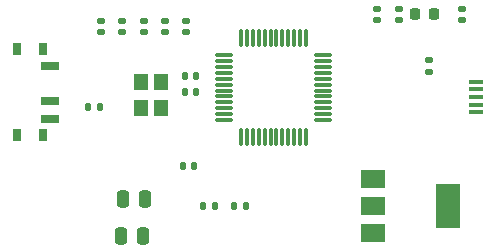
<source format=gbr>
%TF.GenerationSoftware,KiCad,Pcbnew,(6.0.7)*%
%TF.CreationDate,2022-10-16T00:38:09+07:00*%
%TF.ProjectId,bai1,62616931-2e6b-4696-9361-645f70636258,rev?*%
%TF.SameCoordinates,Original*%
%TF.FileFunction,Paste,Top*%
%TF.FilePolarity,Positive*%
%FSLAX46Y46*%
G04 Gerber Fmt 4.6, Leading zero omitted, Abs format (unit mm)*
G04 Created by KiCad (PCBNEW (6.0.7)) date 2022-10-16 00:38:09*
%MOMM*%
%LPD*%
G01*
G04 APERTURE LIST*
G04 Aperture macros list*
%AMRoundRect*
0 Rectangle with rounded corners*
0 $1 Rounding radius*
0 $2 $3 $4 $5 $6 $7 $8 $9 X,Y pos of 4 corners*
0 Add a 4 corners polygon primitive as box body*
4,1,4,$2,$3,$4,$5,$6,$7,$8,$9,$2,$3,0*
0 Add four circle primitives for the rounded corners*
1,1,$1+$1,$2,$3*
1,1,$1+$1,$4,$5*
1,1,$1+$1,$6,$7*
1,1,$1+$1,$8,$9*
0 Add four rect primitives between the rounded corners*
20,1,$1+$1,$2,$3,$4,$5,0*
20,1,$1+$1,$4,$5,$6,$7,0*
20,1,$1+$1,$6,$7,$8,$9,0*
20,1,$1+$1,$8,$9,$2,$3,0*%
G04 Aperture macros list end*
%ADD10R,1.200000X1.400000*%
%ADD11R,1.500000X0.700000*%
%ADD12R,0.800000X1.000000*%
%ADD13R,1.300000X0.450000*%
%ADD14RoundRect,0.075000X-0.662500X-0.075000X0.662500X-0.075000X0.662500X0.075000X-0.662500X0.075000X0*%
%ADD15RoundRect,0.075000X-0.075000X-0.662500X0.075000X-0.662500X0.075000X0.662500X-0.075000X0.662500X0*%
%ADD16RoundRect,0.140000X0.170000X-0.140000X0.170000X0.140000X-0.170000X0.140000X-0.170000X-0.140000X0*%
%ADD17RoundRect,0.250000X0.250000X0.475000X-0.250000X0.475000X-0.250000X-0.475000X0.250000X-0.475000X0*%
%ADD18RoundRect,0.135000X-0.135000X-0.185000X0.135000X-0.185000X0.135000X0.185000X-0.135000X0.185000X0*%
%ADD19RoundRect,0.140000X0.140000X0.170000X-0.140000X0.170000X-0.140000X-0.170000X0.140000X-0.170000X0*%
%ADD20RoundRect,0.135000X-0.185000X0.135000X-0.185000X-0.135000X0.185000X-0.135000X0.185000X0.135000X0*%
%ADD21RoundRect,0.250000X-0.250000X-0.475000X0.250000X-0.475000X0.250000X0.475000X-0.250000X0.475000X0*%
%ADD22R,2.000000X1.500000*%
%ADD23R,2.000000X3.800000*%
%ADD24RoundRect,0.218750X0.218750X0.256250X-0.218750X0.256250X-0.218750X-0.256250X0.218750X-0.256250X0*%
G04 APERTURE END LIST*
D10*
%TO.C,Y1*%
X72150000Y-75500000D03*
X72150000Y-77700000D03*
X73850000Y-77700000D03*
X73850000Y-75500000D03*
%TD*%
D11*
%TO.C,SW1*%
X64505000Y-78650000D03*
X64505000Y-77150000D03*
X64505000Y-74150000D03*
D12*
X63855000Y-72750000D03*
X61645000Y-80050000D03*
X61645000Y-72750000D03*
X63855000Y-80050000D03*
%TD*%
D13*
%TO.C,J2*%
X100545000Y-78100000D03*
X100545000Y-77450000D03*
X100545000Y-76800000D03*
X100545000Y-76150000D03*
X100545000Y-75500000D03*
%TD*%
D14*
%TO.C,U2*%
X79237500Y-73250000D03*
X79237500Y-73750000D03*
X79237500Y-74250000D03*
X79237500Y-74750000D03*
X79237500Y-75250000D03*
X79237500Y-75750000D03*
X79237500Y-76250000D03*
X79237500Y-76750000D03*
X79237500Y-77250000D03*
X79237500Y-77750000D03*
X79237500Y-78250000D03*
X79237500Y-78750000D03*
D15*
X80650000Y-80162500D03*
X81150000Y-80162500D03*
X81650000Y-80162500D03*
X82150000Y-80162500D03*
X82650000Y-80162500D03*
X83150000Y-80162500D03*
X83650000Y-80162500D03*
X84150000Y-80162500D03*
X84650000Y-80162500D03*
X85150000Y-80162500D03*
X85650000Y-80162500D03*
X86150000Y-80162500D03*
D14*
X87562500Y-78750000D03*
X87562500Y-78250000D03*
X87562500Y-77750000D03*
X87562500Y-77250000D03*
X87562500Y-76750000D03*
X87562500Y-76250000D03*
X87562500Y-75750000D03*
X87562500Y-75250000D03*
X87562500Y-74750000D03*
X87562500Y-74250000D03*
X87562500Y-73750000D03*
X87562500Y-73250000D03*
D15*
X86150000Y-71837500D03*
X85650000Y-71837500D03*
X85150000Y-71837500D03*
X84650000Y-71837500D03*
X84150000Y-71837500D03*
X83650000Y-71837500D03*
X83150000Y-71837500D03*
X82650000Y-71837500D03*
X82150000Y-71837500D03*
X81650000Y-71837500D03*
X81150000Y-71837500D03*
X80650000Y-71837500D03*
%TD*%
D16*
%TO.C,C7*%
X94000000Y-70280000D03*
X94000000Y-69320000D03*
%TD*%
D17*
%TO.C,C14*%
X72350000Y-88600000D03*
X70450000Y-88600000D03*
%TD*%
D16*
%TO.C,C8*%
X99400000Y-70280000D03*
X99400000Y-69320000D03*
%TD*%
D18*
%TO.C,R3*%
X77400000Y-86000000D03*
X78420000Y-86000000D03*
%TD*%
D16*
%TO.C,C3*%
X72400000Y-71280000D03*
X72400000Y-70320000D03*
%TD*%
%TO.C,C4*%
X74200000Y-71280000D03*
X74200000Y-70320000D03*
%TD*%
D19*
%TO.C,C10*%
X76880000Y-75000000D03*
X75920000Y-75000000D03*
%TD*%
D20*
%TO.C,R2*%
X96600000Y-74710000D03*
X96600000Y-73690000D03*
%TD*%
D21*
%TO.C,C13*%
X70650000Y-85400000D03*
X72550000Y-85400000D03*
%TD*%
D22*
%TO.C,U1*%
X91850000Y-83700000D03*
D23*
X98150000Y-86000000D03*
D22*
X91850000Y-86000000D03*
X91850000Y-88300000D03*
%TD*%
D16*
%TO.C,C6*%
X92200000Y-70280000D03*
X92200000Y-69320000D03*
%TD*%
D24*
%TO.C,L1*%
X96987500Y-69800000D03*
X95412500Y-69800000D03*
%TD*%
D19*
%TO.C,C11*%
X76880000Y-76400000D03*
X75920000Y-76400000D03*
%TD*%
D16*
%TO.C,C1*%
X68800000Y-71280000D03*
X68800000Y-70320000D03*
%TD*%
D18*
%TO.C,R1*%
X67690000Y-77600000D03*
X68710000Y-77600000D03*
%TD*%
D16*
%TO.C,C2*%
X70600000Y-71280000D03*
X70600000Y-70320000D03*
%TD*%
D18*
%TO.C,R4*%
X80090000Y-86000000D03*
X81110000Y-86000000D03*
%TD*%
D16*
%TO.C,C5*%
X76000000Y-71280000D03*
X76000000Y-70320000D03*
%TD*%
D19*
%TO.C,C9*%
X76680000Y-82600000D03*
X75720000Y-82600000D03*
%TD*%
M02*

</source>
